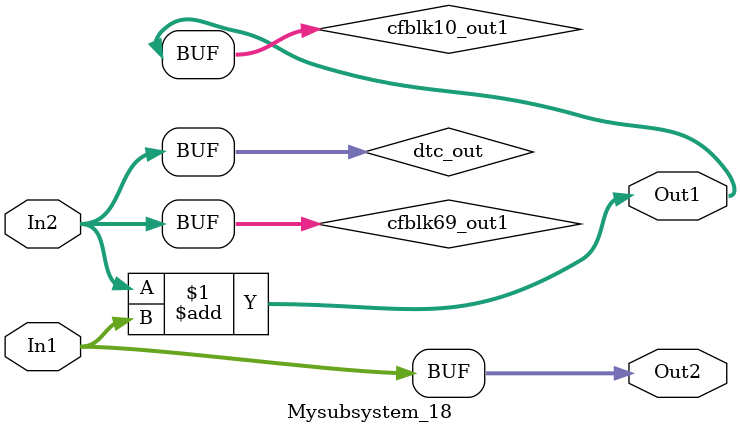
<source format=v>



`timescale 1 ns / 1 ns

module Mysubsystem_18
          (In1,
           In2,
           Out1,
           Out2);


  input   [7:0] In1;  // uint8
  input   [7:0] In2;  // uint8
  output  [7:0] Out1;  // uint8
  output  [7:0] Out2;  // uint8


  wire [7:0] dtc_out;  // ufix8
  wire [7:0] cfblk69_out1;  // uint8
  wire [7:0] cfblk10_out1;  // uint8


  assign dtc_out = In2;



  assign cfblk69_out1 = dtc_out;



  assign cfblk10_out1 = cfblk69_out1 + In1;



  assign Out1 = cfblk10_out1;

  assign Out2 = In1;

endmodule  // Mysubsystem_18


</source>
